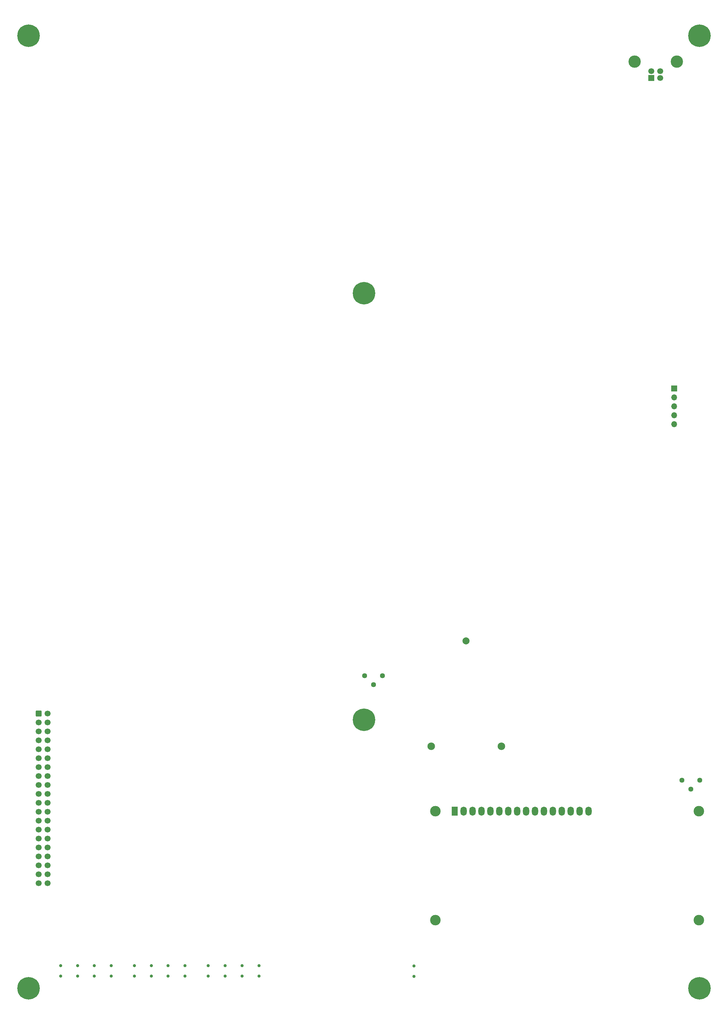
<source format=gbs>
G04 #@! TF.GenerationSoftware,KiCad,Pcbnew,(6.0.8-1)-1*
G04 #@! TF.CreationDate,2022-11-09T18:22:42-06:00*
G04 #@! TF.ProjectId,q2,71322e6b-6963-4616-945f-706362585858,rev?*
G04 #@! TF.SameCoordinates,Original*
G04 #@! TF.FileFunction,Soldermask,Bot*
G04 #@! TF.FilePolarity,Negative*
%FSLAX46Y46*%
G04 Gerber Fmt 4.6, Leading zero omitted, Abs format (unit mm)*
G04 Created by KiCad (PCBNEW (6.0.8-1)-1) date 2022-11-09 18:22:42*
%MOMM*%
%LPD*%
G01*
G04 APERTURE LIST*
G04 Aperture macros list*
%AMRoundRect*
0 Rectangle with rounded corners*
0 $1 Rounding radius*
0 $2 $3 $4 $5 $6 $7 $8 $9 X,Y pos of 4 corners*
0 Add a 4 corners polygon primitive as box body*
4,1,4,$2,$3,$4,$5,$6,$7,$8,$9,$2,$3,0*
0 Add four circle primitives for the rounded corners*
1,1,$1+$1,$2,$3*
1,1,$1+$1,$4,$5*
1,1,$1+$1,$6,$7*
1,1,$1+$1,$8,$9*
0 Add four rect primitives between the rounded corners*
20,1,$1+$1,$2,$3,$4,$5,0*
20,1,$1+$1,$4,$5,$6,$7,0*
20,1,$1+$1,$6,$7,$8,$9,0*
20,1,$1+$1,$8,$9,$2,$3,0*%
G04 Aperture macros list end*
%ADD10C,3.000000*%
%ADD11R,1.800000X2.600000*%
%ADD12O,1.800000X2.600000*%
%ADD13RoundRect,0.250000X-0.600000X-0.600000X0.600000X-0.600000X0.600000X0.600000X-0.600000X0.600000X0*%
%ADD14C,1.700000*%
%ADD15R,1.700000X1.700000*%
%ADD16C,3.500000*%
%ADD17C,0.800000*%
%ADD18C,6.400000*%
%ADD19C,0.900000*%
%ADD20C,2.000000*%
%ADD21C,2.151380*%
%ADD22C,1.440000*%
%ADD23O,1.700000X1.700000*%
G04 APERTURE END LIST*
D10*
X168500900Y-290000700D03*
X168500900Y-259000000D03*
X243499480Y-290000700D03*
X243500000Y-259000000D03*
D11*
X174000000Y-259000000D03*
D12*
X176540000Y-259000000D03*
X179080000Y-259000000D03*
X181620000Y-259000000D03*
X184160000Y-259000000D03*
X186700000Y-259000000D03*
X189240000Y-259000000D03*
X191780000Y-259000000D03*
X194320000Y-259000000D03*
X196860000Y-259000000D03*
X199400000Y-259000000D03*
X201940000Y-259000000D03*
X204480000Y-259000000D03*
X207020000Y-259000000D03*
X209560000Y-259000000D03*
X212100000Y-259000000D03*
D13*
X55600000Y-231200000D03*
D14*
X58140000Y-231200000D03*
X55600000Y-233740000D03*
X58140000Y-233740000D03*
X55600000Y-236280000D03*
X58140000Y-236280000D03*
X55600000Y-238820000D03*
X58140000Y-238820000D03*
X55600000Y-241360000D03*
X58140000Y-241360000D03*
X55600000Y-243900000D03*
X58140000Y-243900000D03*
X55600000Y-246440000D03*
X58140000Y-246440000D03*
X55600000Y-248980000D03*
X58140000Y-248980000D03*
X55600000Y-251520000D03*
X58140000Y-251520000D03*
X55600000Y-254060000D03*
X58140000Y-254060000D03*
X55600000Y-256600000D03*
X58140000Y-256600000D03*
X55600000Y-259140000D03*
X58140000Y-259140000D03*
X55600000Y-261680000D03*
X58140000Y-261680000D03*
X55600000Y-264220000D03*
X58140000Y-264220000D03*
X55600000Y-266760000D03*
X58140000Y-266760000D03*
X55600000Y-269300000D03*
X58140000Y-269300000D03*
X55600000Y-271840000D03*
X58140000Y-271840000D03*
X55600000Y-274380000D03*
X58140000Y-274380000D03*
X55600000Y-276920000D03*
X58140000Y-276920000D03*
X55600000Y-279460000D03*
X58140000Y-279460000D03*
D15*
X230000000Y-50500000D03*
D14*
X232500000Y-50500000D03*
X232500000Y-48500000D03*
X230000000Y-48500000D03*
D16*
X225230000Y-45790000D03*
X237270000Y-45790000D03*
D17*
X149897056Y-231302944D03*
X149897056Y-234697056D03*
X150600000Y-233000000D03*
X148200000Y-235400000D03*
X146502944Y-234697056D03*
X146502944Y-231302944D03*
X148200000Y-230600000D03*
X145800000Y-233000000D03*
D18*
X148200000Y-233000000D03*
D19*
X61824000Y-305900000D03*
X61824000Y-302900000D03*
D17*
X52700000Y-36000000D03*
D18*
X52700000Y-38400000D03*
D17*
X54397056Y-40097056D03*
X51002944Y-40097056D03*
X54397056Y-36702944D03*
X51002944Y-36702944D03*
X55100000Y-38400000D03*
X50300000Y-38400000D03*
X52700000Y-40800000D03*
X52700000Y-307000000D03*
X55100000Y-309400000D03*
X52700000Y-311800000D03*
D18*
X52700000Y-309400000D03*
D17*
X50300000Y-309400000D03*
X54397056Y-311097056D03*
X54397056Y-307702944D03*
X51002944Y-307702944D03*
X51002944Y-311097056D03*
X243700000Y-36000000D03*
X242002944Y-40097056D03*
X241300000Y-38400000D03*
X243700000Y-40800000D03*
X245397056Y-36702944D03*
X246100000Y-38400000D03*
X242002944Y-36702944D03*
X245397056Y-40097056D03*
D18*
X243700000Y-38400000D03*
D17*
X242002944Y-307702944D03*
X241300000Y-309400000D03*
X242002944Y-311097056D03*
D18*
X243700000Y-309400000D03*
D17*
X246100000Y-309400000D03*
X245397056Y-307702944D03*
X243700000Y-307000000D03*
X243700000Y-311800000D03*
X245397056Y-311097056D03*
D20*
X177200000Y-210600000D03*
D19*
X66624000Y-305900000D03*
X66624000Y-302900000D03*
X71424000Y-302900000D03*
X71424000Y-305900000D03*
X76224000Y-305900000D03*
X76224000Y-302900000D03*
X82824000Y-305900000D03*
X82824000Y-302900000D03*
X92424000Y-302900000D03*
X92424000Y-305900000D03*
X97224000Y-302900000D03*
X97224000Y-305900000D03*
X103824000Y-305900000D03*
X103824000Y-302900000D03*
X108624000Y-305900000D03*
X108624000Y-302900000D03*
X113524000Y-305900000D03*
X113524000Y-302900000D03*
X118324000Y-305900000D03*
X118324000Y-302900000D03*
D21*
X167350900Y-240500000D03*
X187348320Y-240500000D03*
D22*
X148400000Y-220500000D03*
X150940000Y-223040000D03*
X153480000Y-220500000D03*
D17*
X146502944Y-113397056D03*
X148200000Y-109300000D03*
X150600000Y-111700000D03*
X149897056Y-110002944D03*
X149897056Y-113397056D03*
X148200000Y-114100000D03*
X145800000Y-111700000D03*
D18*
X148200000Y-111700000D03*
D17*
X146502944Y-110002944D03*
D19*
X87624000Y-305900000D03*
X87624000Y-302900000D03*
D22*
X238700000Y-250200000D03*
X241240000Y-252740000D03*
X243780000Y-250200000D03*
D19*
X162424000Y-303000000D03*
X162424000Y-306000000D03*
D15*
X236525000Y-138750000D03*
D23*
X236525000Y-141290000D03*
X236525000Y-143830000D03*
X236525000Y-146370000D03*
X236525000Y-148910000D03*
M02*

</source>
